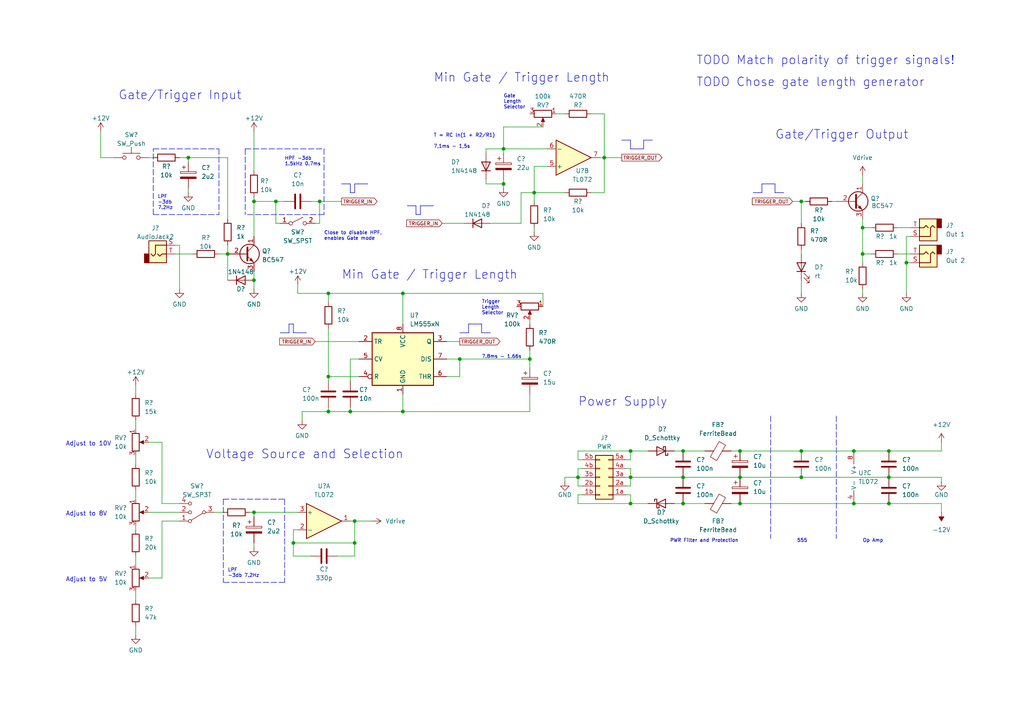
<source format=kicad_sch>
(kicad_sch (version 20211123) (generator eeschema)
  (paper "A4")
  (title_block (title "Manual gate/trigger source") (rev "1") (company "moPsy"))
  (lib_symbols
    (symbol "Amplifier_Operational:TL072" (pin_names (offset 0.127))
      (property "Reference" "U" (at 0 5.08 0))
      (property "Value" "TL072" (at 0 -5.08 0))
      (symbol "TL072_1_1"
        (polyline (pts (xy -5.08 5.08) (xy 5.08 0) (xy -5.08 -5.08) (xy -5.08 5.08)) (stroke (width 0.254)) (fill (type background)))
        (pin output line (at 7.62 0 180) (length 2.54) (name "~") (number "1"))
        (pin input line (at -7.62 -2.54 0) (length 2.54) (name "-") (number "2"))
        (pin input line (at -7.62 2.54 0) (length 2.54) (name "+") (number "3"))
      )
      (symbol "TL072_2_1"
        (polyline (pts (xy -5.08 5.08) (xy 5.08 0) (xy -5.08 -5.08) (xy -5.08 5.08)) (stroke (width 0.254)) (fill (type background)))
        (pin input line (at -7.62 2.54 0) (length 2.54) (name "+") (number "5"))
        (pin input line (at -7.62 -2.54 0) (length 2.54) (name "-") (number "6"))
        (pin output line (at 7.62 0 180) (length 2.54) (name "~") (number "7"))
      )
      (symbol "TL072_3_1"
        (pin power_in line (at -2.54 -7.62 90) (length 3.81) (name "V-") (number "4"))
        (pin power_in line (at -2.54 7.62 270) (length 3.81) (name "V+") (number "8"))
      )
    )
    (symbol "Connector:AudioJack2"
      (property "Reference" "J" (at 0 8.89 0))
      (property "Value" "AudioJack2" (at 0 6.35 0))
      (symbol "AudioJack2_0_1"
        (rectangle (start -3.81 0) (end -2.54 -2.54) (stroke (width 0.254)) (fill (type outline)))
        (rectangle (start -2.54 3.81) (end 2.54 -2.54) (stroke (width 0.254)) (fill (type background)))
        (polyline (pts (xy 0 0) (xy 0.635 -0.635) (xy 1.27 0) (xy 2.54 0)) (stroke (width 0.254)))
        (polyline (pts (xy 2.54 2.54) (xy -0.635 2.54) (xy -0.635 0) (xy -1.27 -0.635) (xy -1.905 0)) (stroke (width 0.254)))
      )
      (symbol "AudioJack2_1_1"
        (pin passive line (at 5.08 2.54 180) (length 2.54) (name "~") (number "S"))
        (pin passive line (at 5.08 0 180) (length 2.54) (name "~") (number "T"))
      )
    )
    (symbol "Connector_Generic:Conn_02x05_Row_Letter_Last" (pin_names (offset 1.016) hide)
      (property "Reference" "J" (at 1.27 7.62 0))
      (property "Value" "Conn_02x05_Row_Letter_Last" (at 1.27 -7.62 0))
      (symbol "Conn_02x05_Row_Letter_Last_1_1"
        (rectangle (start -1.27 -4.953) (end 0 -5.207) (stroke (width 0.1524)))
        (rectangle (start -1.27 -2.413) (end 0 -2.667) (stroke (width 0.1524)))
        (rectangle (start -1.27 0.127) (end 0 -0.127) (stroke (width 0.1524)))
        (rectangle (start -1.27 2.667) (end 0 2.413) (stroke (width 0.1524)))
        (rectangle (start -1.27 5.207) (end 0 4.953) (stroke (width 0.1524)))
        (rectangle (start -1.27 6.35) (end 3.81 -6.35) (stroke (width 0.254)) (fill (type background)))
        (rectangle (start 3.81 -4.953) (end 2.54 -5.207) (stroke (width 0.1524)))
        (rectangle (start 3.81 -2.413) (end 2.54 -2.667) (stroke (width 0.1524)))
        (rectangle (start 3.81 0.127) (end 2.54 -0.127) (stroke (width 0.1524)))
        (rectangle (start 3.81 2.667) (end 2.54 2.413) (stroke (width 0.1524)))
        (rectangle (start 3.81 5.207) (end 2.54 4.953) (stroke (width 0.1524)))
        (pin passive line (at -5.08 5.08 0) (length 3.81) (name "Pin_1a") (number "1a"))
        (pin passive line (at 7.62 5.08 180) (length 3.81) (name "Pin_1b") (number "1b"))
        (pin passive line (at -5.08 2.54 0) (length 3.81) (name "Pin_2a") (number "2a"))
        (pin passive line (at 7.62 2.54 180) (length 3.81) (name "Pin_2b") (number "2b"))
        (pin passive line (at -5.08 0 0) (length 3.81) (name "Pin_3a") (number "3a"))
        (pin passive line (at 7.62 0 180) (length 3.81) (name "Pin_3b") (number "3b"))
        (pin passive line (at -5.08 -2.54 0) (length 3.81) (name "Pin_4a") (number "4a"))
        (pin passive line (at 7.62 -2.54 180) (length 3.81) (name "Pin_4b") (number "4b"))
        (pin passive line (at -5.08 -5.08 0) (length 3.81) (name "Pin_5a") (number "5a"))
        (pin passive line (at 7.62 -5.08 180) (length 3.81) (name "Pin_5b") (number "5b"))
      )
    )
    (symbol "Device:C" (pin_numbers hide) (pin_names (offset 0.254))
      (property "Reference" "C" (at 0.635 2.54 0))
      (property "Value" "C" (at 0.635 -2.54 0))
      (symbol "C_0_1"
        (polyline (pts (xy -2.032 -0.762) (xy 2.032 -0.762)) (stroke (width 0.508)))
        (polyline (pts (xy -2.032 0.762) (xy 2.032 0.762)) (stroke (width 0.508)))
      )
      (symbol "C_1_1"
        (pin passive line (at 0 3.81 270) (length 2.794) (name "~") (number "1"))
        (pin passive line (at 0 -3.81 90) (length 2.794) (name "~") (number "2"))
      )
    )
    (symbol "Device:C_Polarized" (pin_numbers hide) (pin_names (offset 0.254))
      (property "Reference" "C" (at 0.635 2.54 0))
      (property "Value" "C_Polarized" (at 0.635 -2.54 0))
      (symbol "C_Polarized_0_1"
        (rectangle (start -2.286 0.508) (end 2.286 1.016))
        (polyline (pts (xy -1.778 2.286) (xy -0.762 2.286)))
        (polyline (pts (xy -1.27 2.794) (xy -1.27 1.778)))
        (rectangle (start 2.286 -0.508) (end -2.286 -1.016) (fill (type outline)))
      )
      (symbol "C_Polarized_1_1"
        (pin passive line (at 0 3.81 270) (length 2.794) (name "~") (number "1"))
        (pin passive line (at 0 -3.81 90) (length 2.794) (name "~") (number "2"))
      )
    )
    (symbol "Device:D" (pin_numbers hide) (pin_names (offset 1.016) hide)
      (property "Reference" "D" (at 0 2.54 0))
      (property "Value" "D" (at 0 -2.54 0))
      (symbol "D_0_1"
        (polyline (pts (xy -1.27 1.27) (xy -1.27 -1.27)) (stroke (width 0.254)))
        (polyline (pts (xy 1.27 0) (xy -1.27 0)))
        (polyline (pts (xy 1.27 1.27) (xy 1.27 -1.27) (xy -1.27 0) (xy 1.27 1.27)) (stroke (width 0.254)))
      )
      (symbol "D_1_1"
        (pin passive line (at -3.81 0 0) (length 2.54) (name "K") (number "1"))
        (pin passive line (at 3.81 0 180) (length 2.54) (name "A") (number "2"))
      )
    )
    (symbol "Device:D_Schottky" (pin_numbers hide) (pin_names (offset 1.016) hide)
      (property "Reference" "D" (at 0 2.54 0))
      (property "Value" "D_Schottky" (at 0 -2.54 0))
      (symbol "D_Schottky_0_1"
        (polyline (pts (xy 1.27 0) (xy -1.27 0)))
        (polyline (pts (xy 1.27 1.27) (xy 1.27 -1.27) (xy -1.27 0) (xy 1.27 1.27)) (stroke (width 0.254)))
        (polyline (pts (xy -1.905 0.635) (xy -1.905 1.27) (xy -1.27 1.27) (xy -1.27 -1.27) (xy -0.635 -1.27) (xy -0.635 -0.635)) (stroke (width 0.254)))
      )
      (symbol "D_Schottky_1_1"
        (pin passive line (at -3.81 0 0) (length 2.54) (name "K") (number "1"))
        (pin passive line (at 3.81 0 180) (length 2.54) (name "A") (number "2"))
      )
    )
    (symbol "Device:FerriteBead" (pin_numbers hide) (pin_names (offset 0))
      (property "Reference" "FB" (at -3.81 0.635 90))
      (property "Value" "FerriteBead" (at 3.81 0 90))
      (symbol "FerriteBead_0_1"
        (polyline (pts (xy 0 -1.27) (xy 0 -1.2192)))
        (polyline (pts (xy 0 1.27) (xy 0 1.2954)))
        (polyline (pts (xy -2.7686 0.4064) (xy -1.7018 2.2606) (xy 2.7686 -0.3048) (xy 1.6764 -2.159) (xy -2.7686 0.4064)))
      )
      (symbol "FerriteBead_1_1"
        (pin passive line (at 0 3.81 270) (length 2.54) (name "~") (number "1"))
        (pin passive line (at 0 -3.81 90) (length 2.54) (name "~") (number "2"))
      )
    )
    (symbol "Device:LED" (pin_numbers hide) (pin_names (offset 1.016) hide)
      (property "Reference" "D" (at 0 2.54 0))
      (property "Value" "LED" (at 0 -2.54 0))
      (symbol "LED_0_1"
        (polyline (pts (xy -1.27 -1.27) (xy -1.27 1.27)) (stroke (width 0.254)))
        (polyline (pts (xy -1.27 0) (xy 1.27 0)))
        (polyline (pts (xy 1.27 -1.27) (xy 1.27 1.27) (xy -1.27 0) (xy 1.27 -1.27)) (stroke (width 0.254)))
        (polyline (pts (xy -3.048 -0.762) (xy -4.572 -2.286) (xy -3.81 -2.286) (xy -4.572 -2.286) (xy -4.572 -1.524)))
        (polyline (pts (xy -1.778 -0.762) (xy -3.302 -2.286) (xy -2.54 -2.286) (xy -3.302 -2.286) (xy -3.302 -1.524)))
      )
      (symbol "LED_1_1"
        (pin passive line (at -3.81 0 0) (length 2.54) (name "K") (number "1"))
        (pin passive line (at 3.81 0 180) (length 2.54) (name "A") (number "2"))
      )
    )
    (symbol "Device:R" (pin_numbers hide) (pin_names (offset 0))
      (property "Reference" "R" (at 2.032 0 90))
      (property "Value" "R" (at 0 0 90))
      (symbol "R_0_1"
        (rectangle (start -1.016 -2.54) (end 1.016 2.54) (stroke (width 0.254)))
      )
      (symbol "R_1_1"
        (pin passive line (at 0 3.81 270) (length 1.27) (name "~") (number "1"))
        (pin passive line (at 0 -3.81 90) (length 1.27) (name "~") (number "2"))
      )
    )
    (symbol "Device:R_Potentiometer" (pin_names (offset 1.016) hide)
      (property "Reference" "RV" (at -4.445 0 90))
      (property "Value" "R_Potentiometer" (at -2.54 0 90))
      (symbol "R_Potentiometer_0_1"
        (polyline (pts (xy 2.54 0) (xy 1.524 0)))
        (polyline (pts (xy 1.143 0) (xy 2.286 0.508) (xy 2.286 -0.508) (xy 1.143 0)) (fill (type outline)))
        (rectangle (start 1.016 2.54) (end -1.016 -2.54) (stroke (width 0.254)))
      )
      (symbol "R_Potentiometer_1_1"
        (pin passive line (at 0 3.81 270) (length 1.27) (name "1") (number "1"))
        (pin passive line (at 3.81 0 180) (length 1.27) (name "2") (number "2"))
        (pin passive line (at 0 -3.81 90) (length 1.27) (name "3") (number "3"))
      )
    )
    (symbol "Diode:1N4148" (pin_numbers hide) (pin_names hide)
      (property "Reference" "D" (at 0 2.54 0))
      (property "Value" "1N4148" (at 0 -2.54 0))
      (symbol "1N4148_0_1"
        (polyline (pts (xy -1.27 1.27) (xy -1.27 -1.27)) (stroke (width 0.254)))
        (polyline (pts (xy 1.27 0) (xy -1.27 0)))
        (polyline (pts (xy 1.27 1.27) (xy 1.27 -1.27) (xy -1.27 0) (xy 1.27 1.27)) (stroke (width 0.254)))
      )
      (symbol "1N4148_1_1"
        (pin passive line (at -3.81 0 0) (length 2.54) (name "K") (number "1"))
        (pin passive line (at 3.81 0 180) (length 2.54) (name "A") (number "2"))
      )
    )
    (symbol "Switch:SW_Push" (pin_numbers hide) (pin_names (offset 1.016) hide)
      (property "Reference" "SW" (at 1.27 2.54 0))
      (property "Value" "SW_Push" (at 0 -1.524 0))
      (symbol "SW_Push_0_1"
        (circle (center -2.032 0) (radius 0.508))
        (polyline (pts (xy 0 1.27) (xy 0 3.048)))
        (polyline (pts (xy 2.54 1.27) (xy -2.54 1.27)))
        (circle (center 2.032 0) (radius 0.508))
        (pin passive line (at -5.08 0 0) (length 2.54) (name "1") (number "1"))
        (pin passive line (at 5.08 0 180) (length 2.54) (name "2") (number "2"))
      )
    )
    (symbol "Switch:SW_SP3T" (pin_names (offset 0) hide)
      (property "Reference" "SW" (at 0 5.08 0))
      (property "Value" "SW_SP3T" (at 0 -5.08 0))
      (symbol "SW_SP3T_0_1"
        (circle (center -2.032 0) (radius 0.4572))
        (polyline (pts (xy -1.651 0.254) (xy 1.651 2.286)))
        (circle (center 2.032 -2.54) (radius 0.4572))
        (circle (center 2.032 0) (radius 0.4572))
        (circle (center 2.032 2.54) (radius 0.4572))
      )
      (symbol "SW_SP3T_1_1"
        (pin passive line (at 5.08 2.54 180) (length 2.54) (name "1") (number "1"))
        (pin passive line (at 5.08 0 180) (length 2.54) (name "2") (number "2"))
        (pin passive line (at -5.08 0 0) (length 2.54) (name "3") (number "3"))
        (pin passive line (at 5.08 -2.54 180) (length 2.54) (name "4") (number "4"))
      )
    )
    (symbol "Switch:SW_SPST" (pin_names (offset 0) hide)
      (property "Reference" "SW" (at 0 3.175 0))
      (property "Value" "SW_SPST" (at 0 -2.54 0))
      (symbol "SW_SPST_0_0"
        (circle (center -2.032 0) (radius 0.508))
        (polyline (pts (xy -1.524 0.254) (xy 1.524 1.778)))
        (circle (center 2.032 0) (radius 0.508))
      )
      (symbol "SW_SPST_1_1"
        (pin passive line (at -5.08 0 0) (length 2.54) (name "A") (number "1"))
        (pin passive line (at 5.08 0 180) (length 2.54) (name "B") (number "2"))
      )
    )
    (symbol "Timer:LM555xN"
      (property "Reference" "U" (at -10.16 8.89 0))
      (property "Value" "LM555xN" (at 2.54 8.89 0))
      (symbol "LM555xN_0_0"
        (pin power_in line (at 0 -10.16 90) (length 2.54) (name "GND") (number "1"))
        (pin power_in line (at 0 10.16 270) (length 2.54) (name "VCC") (number "8"))
      )
      (symbol "LM555xN_0_1"
        (rectangle (start -8.89 -7.62) (end 8.89 7.62) (stroke (width 0.254)) (fill (type background)))
        (rectangle (start -8.89 -7.62) (end 8.89 7.62) (stroke (width 0.254)) (fill (type background)))
      )
      (symbol "LM555xN_1_1"
        (pin input line (at -12.7 5.08 0) (length 3.81) (name "TR") (number "2"))
        (pin output line (at 12.7 5.08 180) (length 3.81) (name "Q") (number "3"))
        (pin input inverted (at -12.7 -5.08 0) (length 3.81) (name "R") (number "4"))
        (pin input line (at -12.7 0 0) (length 3.81) (name "CV") (number "5"))
        (pin input line (at 12.7 -5.08 180) (length 3.81) (name "THR") (number "6"))
        (pin input line (at 12.7 0 180) (length 3.81) (name "DIS") (number "7"))
      )
    )
    (symbol "Transistor_BJT:BC547" (pin_names (offset 0) hide)
      (property "Reference" "Q" (at 5.08 1.905 0))
      (property "Value" "BC547" (at 5.08 0 0))
      (symbol "BC547_0_1"
        (polyline (pts (xy 0 0) (xy 0.635 0)))
        (polyline (pts (xy 0.635 0.635) (xy 2.54 2.54)))
        (polyline (pts (xy 0.635 -0.635) (xy 2.54 -2.54) (xy 2.54 -2.54)))
        (polyline (pts (xy 0.635 1.905) (xy 0.635 -1.905) (xy 0.635 -1.905)) (stroke (width 0.508)))
        (polyline (pts (xy 1.27 -1.778) (xy 1.778 -1.27) (xy 2.286 -2.286) (xy 1.27 -1.778) (xy 1.27 -1.778)) (fill (type outline)))
        (circle (center 1.27 0) (radius 2.8194) (stroke (width 0.254)))
      )
      (symbol "BC547_1_1"
        (pin passive line (at 2.54 5.08 270) (length 2.54) (name "C") (number "1"))
        (pin input line (at -5.08 0 0) (length 5.08) (name "B") (number "2"))
        (pin passive line (at 2.54 -5.08 90) (length 2.54) (name "E") (number "3"))
      )
    )
    (symbol "power:+12V" (power) (pin_names (offset 0))
      (property "Value" "+12V" (at 0 3.556 0))
      (symbol "+12V_0_1"
        (polyline (pts (xy -0.762 1.27) (xy 0 2.54)))
        (polyline (pts (xy 0 0) (xy 0 2.54)))
        (polyline (pts (xy 0 2.54) (xy 0.762 1.27)))
      )
      (symbol "+12V_1_1"
        (pin power_in line (at 0 0 90) (length 0) hide (name "+12V") (number "1"))
      )
    )
    (symbol "power:-12V" (power) (pin_names (offset 0))
      (property "Value" "-12V" (at 0 3.81 0))
      (symbol "-12V_0_0"
        (pin power_in line (at 0 0 90) (length 0) hide (name "-12V") (number "1"))
      )
      (symbol "-12V_0_1"
        (polyline (pts (xy 0 0) (xy 0 1.27) (xy 0.762 1.27) (xy 0 2.54) (xy -0.762 1.27) (xy 0 1.27)) (fill (type outline)))
      )
    )
    (symbol "power:GND" (power) (pin_names (offset 0))
      (property "Value" "GND" (at 0 -3.81 0))
      (symbol "GND_0_1"
        (polyline (pts (xy 0 0) (xy 0 -1.27) (xy 1.27 -1.27) (xy 0 -2.54) (xy -1.27 -1.27) (xy 0 -1.27)))
      )
      (symbol "GND_1_1"
        (pin power_in line (at 0 0 270) (length 0) hide (name "GND") (number "1"))
      )
    )
    (symbol "power:Vdrive" (power) (pin_names (offset 0))
      (property "Value" "Vdrive" (at 0 3.81 0))
      (symbol "Vdrive_0_1"
        (polyline (pts (xy -0.762 1.27) (xy 0 2.54)))
        (polyline (pts (xy 0 0) (xy 0 2.54)))
        (polyline (pts (xy 0 2.54) (xy 0.762 1.27)))
      )
      (symbol "Vdrive_1_1"
        (pin power_in line (at 0 0 90) (length 0) hide (name "Vdrive") (number "1"))
      )
    )
  )
  (junction (at 95.25 85.09))
  (junction (at 102.87 157.48))
  (junction (at 80.01 58.42))
  (junction (at 198.12 138.43))
  (junction (at 257.81 130.81))
  (junction (at 182.88 130.81))
  (junction (at 153.67 104.14))
  (junction (at 95.25 109.22))
  (junction (at 102.87 151.13))
  (junction (at 95.25 119.38))
  (junction (at 73.66 148.59))
  (junction (at 262.89 76.2))
  (junction (at 146.05 53.34))
  (junction (at 146.05 43.18))
  (junction (at 257.81 146.05))
  (junction (at 175.26 45.72))
  (junction (at 214.63 146.05))
  (junction (at 250.19 66.04))
  (junction (at 232.41 58.42))
  (junction (at 116.84 85.09))
  (junction (at 85.09 157.48))
  (junction (at 198.12 130.81))
  (junction (at 250.19 73.66))
  (junction (at 92.71 58.42))
  (junction (at 73.66 81.28))
  (junction (at 182.88 146.05))
  (junction (at 66.04 73.66))
  (junction (at 154.94 55.88))
  (junction (at 167.64 138.43))
  (junction (at 257.81 138.43))
  (junction (at 116.84 119.38))
  (junction (at 232.41 138.43))
  (junction (at 198.12 146.05))
  (junction (at 232.41 130.81))
  (junction (at 247.65 146.05))
  (junction (at 54.61 45.72))
  (junction (at 101.6 119.38))
  (junction (at 214.63 138.43))
  (junction (at 247.65 130.81))
  (junction (at 73.66 58.42))
  (junction (at 133.35 104.14))
  (junction (at 182.88 138.43))
  (junction (at 214.63 130.81))
  (polyline (pts (xy 102.87 55.88) (xy 102.87 53.34)) (stroke (width 0) (type solid)))
  (wire (pts (xy 73.66 157.48) (xy 73.66 158.75)))
  (wire (pts (xy 151.13 64.77) (xy 151.13 55.88)))
  (wire (pts (xy 241.3 58.42) (xy 242.57 58.42)))
  (polyline (pts (xy 101.6 55.88) (xy 102.87 55.88)) (stroke (width 0) (type solid)))
  (wire (pts (xy 90.17 161.29) (xy 85.09 161.29)))
  (polyline (pts (xy 139.7 96.52) (xy 139.7 93.98)) (stroke (width 0) (type solid)))
  (wire (pts (xy 85.09 161.29) (xy 85.09 157.48)))
  (polyline (pts (xy 85.09 93.98) (xy 85.09 96.52)) (stroke (width 0) (type solid)))
  (wire (pts (xy 39.37 132.08) (xy 39.37 134.62)))
  (polyline (pts (xy 182.88 43.18) (xy 186.69 43.18)) (stroke (width 0) (type solid)))
  (polyline (pts (xy 220.98 53.34) (xy 220.98 55.88)) (stroke (width 0) (type solid)))
  (polyline (pts (xy 224.79 53.34) (xy 220.98 53.34)) (stroke (width 0) (type solid)))
  (wire (pts (xy 90.17 58.42) (xy 92.71 58.42)))
  (wire (pts (xy 182.88 130.81) (xy 182.88 133.35)))
  (wire (pts (xy 153.67 92.71) (xy 153.67 93.98)))
  (wire (pts (xy 154.94 55.88) (xy 154.94 58.42)))
  (wire (pts (xy 85.09 153.67) (xy 85.09 157.48)))
  (wire (pts (xy 50.8 73.66) (xy 55.88 73.66)))
  (wire (pts (xy 262.89 68.58) (xy 262.89 76.2)))
  (wire (pts (xy 167.64 140.97) (xy 168.91 140.97)))
  (wire (pts (xy 214.63 138.43) (xy 232.41 138.43)))
  (wire (pts (xy 66.04 45.72) (xy 66.04 63.5)))
  (wire (pts (xy 101.6 118.11) (xy 101.6 119.38)))
  (wire (pts (xy 250.19 66.04) (xy 252.73 66.04)))
  (polyline (pts (xy 242.57 120.65) (xy 242.57 156.21)))
  (polyline (pts (xy 135.89 93.98) (xy 135.89 96.52)) (stroke (width 0) (type solid)))
  (wire (pts (xy 92.71 58.42) (xy 92.71 64.77)))
  (wire (pts (xy 87.63 119.38) (xy 95.25 119.38)))
  (wire (pts (xy 260.35 66.04) (xy 264.16 66.04)))
  (wire (pts (xy 116.84 119.38) (xy 153.67 119.38)))
  (wire (pts (xy 173.99 45.72) (xy 175.26 45.72)))
  (wire (pts (xy 102.87 161.29) (xy 102.87 157.48)))
  (polyline (pts (xy 139.7 93.98) (xy 135.89 93.98)) (stroke (width 0) (type solid)))
  (wire (pts (xy 43.18 148.59) (xy 52.07 148.59)))
  (wire (pts (xy 175.26 33.02) (xy 175.26 45.72)))
  (polyline (pts (xy 83.82 93.98) (xy 85.09 93.98)) (stroke (width 0) (type solid)))
  (polyline (pts (xy 71.12 43.18) (xy 93.98 43.18)))
  (wire (pts (xy 129.54 109.22) (xy 133.35 109.22)))
  (polyline (pts (xy 224.79 55.88) (xy 224.79 53.34)) (stroke (width 0) (type solid)))
  (wire (pts (xy 232.41 72.39) (xy 232.41 73.66)))
  (wire (pts (xy 63.5 73.66) (xy 66.04 73.66)))
  (wire (pts (xy 181.61 143.51) (xy 182.88 143.51)))
  (wire (pts (xy 198.12 130.81) (xy 204.47 130.81)))
  (wire (pts (xy 154.94 48.26) (xy 154.94 55.88)))
  (wire (pts (xy 54.61 45.72) (xy 54.61 46.99)))
  (polyline (pts (xy 182.88 40.64) (xy 182.88 43.18)) (stroke (width 0) (type solid)))
  (wire (pts (xy 250.19 63.5) (xy 250.19 66.04)))
  (wire (pts (xy 43.18 128.27) (xy 46.99 128.27)))
  (wire (pts (xy 167.64 146.05) (xy 182.88 146.05)))
  (wire (pts (xy 101.6 151.13) (xy 102.87 151.13)))
  (wire (pts (xy 232.41 58.42) (xy 232.41 64.77)))
  (polyline (pts (xy 64.77 144.78) (xy 64.77 168.91)))
  (wire (pts (xy 182.88 138.43) (xy 182.88 140.97)))
  (wire (pts (xy 129.54 99.06) (xy 133.35 99.06)))
  (wire (pts (xy 212.09 146.05) (xy 214.63 146.05)))
  (wire (pts (xy 171.45 33.02) (xy 175.26 33.02)))
  (wire (pts (xy 73.66 58.42) (xy 80.01 58.42)))
  (wire (pts (xy 91.44 64.77) (xy 92.71 64.77)))
  (wire (pts (xy 46.99 128.27) (xy 46.99 146.05)))
  (wire (pts (xy 229.87 58.42) (xy 232.41 58.42)))
  (wire (pts (xy 39.37 161.29) (xy 39.37 163.83)))
  (wire (pts (xy 157.48 85.09) (xy 157.48 88.9)))
  (polyline (pts (xy 71.12 43.18) (xy 71.12 62.23)))
  (wire (pts (xy 195.58 130.81) (xy 198.12 130.81)))
  (polyline (pts (xy 82.55 168.91) (xy 64.77 168.91)))
  (wire (pts (xy 91.44 99.06) (xy 104.14 99.06)))
  (wire (pts (xy 101.6 104.14) (xy 104.14 104.14)))
  (wire (pts (xy 163.83 138.43) (xy 167.64 138.43)))
  (wire (pts (xy 81.28 64.77) (xy 80.01 64.77)))
  (wire (pts (xy 46.99 167.64) (xy 46.99 151.13)))
  (wire (pts (xy 257.81 146.05) (xy 273.05 146.05)))
  (wire (pts (xy 168.91 135.89) (xy 167.64 135.89)))
  (wire (pts (xy 154.94 55.88) (xy 163.83 55.88)))
  (wire (pts (xy 264.16 68.58) (xy 262.89 68.58)))
  (wire (pts (xy 73.66 57.15) (xy 73.66 58.42)))
  (wire (pts (xy 232.41 58.42) (xy 233.68 58.42)))
  (wire (pts (xy 257.81 138.43) (xy 273.05 138.43)))
  (wire (pts (xy 198.12 146.05) (xy 204.47 146.05)))
  (wire (pts (xy 153.67 104.14) (xy 153.67 106.68)))
  (wire (pts (xy 52.07 71.12) (xy 52.07 83.82)))
  (polyline (pts (xy 220.98 55.88) (xy 218.44 55.88)) (stroke (width 0) (type solid)))
  (polyline (pts (xy 44.45 43.18) (xy 63.5 43.18)))
  (wire (pts (xy 116.84 85.09) (xy 116.84 93.98)))
  (polyline (pts (xy 82.55 144.78) (xy 82.55 168.91)))
  (polyline (pts (xy 120.65 62.23) (xy 121.92 62.23)) (stroke (width 0) (type solid)))
  (wire (pts (xy 163.83 139.7) (xy 163.83 138.43)))
  (wire (pts (xy 146.05 52.07) (xy 146.05 53.34)))
  (polyline (pts (xy 120.65 59.69) (xy 120.65 62.23)) (stroke (width 0) (type solid)))
  (polyline (pts (xy 118.11 59.69) (xy 120.65 59.69)) (stroke (width 0) (type solid)))
  (wire (pts (xy 116.84 114.3) (xy 116.84 119.38)))
  (polyline (pts (xy 227.33 55.88) (xy 224.79 55.88)) (stroke (width 0) (type solid)))
  (wire (pts (xy 102.87 151.13) (xy 107.95 151.13)))
  (wire (pts (xy 198.12 138.43) (xy 214.63 138.43)))
  (wire (pts (xy 39.37 171.45) (xy 39.37 173.99)))
  (polyline (pts (xy 186.69 40.64) (xy 189.23 40.64)) (stroke (width 0) (type solid)))
  (polyline (pts (xy 180.34 40.64) (xy 182.88 40.64)) (stroke (width 0) (type solid)))
  (wire (pts (xy 101.6 104.14) (xy 101.6 110.49)))
  (wire (pts (xy 146.05 43.18) (xy 146.05 44.45)))
  (wire (pts (xy 167.64 130.81) (xy 182.88 130.81)))
  (wire (pts (xy 66.04 73.66) (xy 66.04 81.28)))
  (wire (pts (xy 86.36 153.67) (xy 85.09 153.67)))
  (wire (pts (xy 129.54 104.14) (xy 133.35 104.14)))
  (wire (pts (xy 95.25 119.38) (xy 101.6 119.38)))
  (wire (pts (xy 133.35 109.22) (xy 133.35 104.14)))
  (wire (pts (xy 214.63 130.81) (xy 232.41 130.81)))
  (wire (pts (xy 182.88 138.43) (xy 198.12 138.43)))
  (wire (pts (xy 212.09 130.81) (xy 214.63 130.81)))
  (wire (pts (xy 46.99 146.05) (xy 52.07 146.05)))
  (polyline (pts (xy 223.52 120.65) (xy 223.52 156.21)))
  (wire (pts (xy 158.75 48.26) (xy 154.94 48.26)))
  (polyline (pts (xy 81.28 96.52) (xy 83.82 96.52)) (stroke (width 0) (type solid)))
  (wire (pts (xy 181.61 133.35) (xy 182.88 133.35)))
  (wire (pts (xy 273.05 128.27) (xy 273.05 130.81)))
  (wire (pts (xy 247.65 146.05) (xy 257.81 146.05)))
  (wire (pts (xy 146.05 53.34) (xy 146.05 54.61)))
  (wire (pts (xy 66.04 71.12) (xy 66.04 73.66)))
  (wire (pts (xy 43.18 167.64) (xy 46.99 167.64)))
  (wire (pts (xy 232.41 81.28) (xy 232.41 85.09)))
  (wire (pts (xy 273.05 139.7) (xy 273.05 138.43)))
  (wire (pts (xy 142.24 64.77) (xy 151.13 64.77)))
  (wire (pts (xy 195.58 146.05) (xy 198.12 146.05)))
  (wire (pts (xy 73.66 58.42) (xy 73.66 68.58)))
  (wire (pts (xy 95.25 118.11) (xy 95.25 119.38)))
  (wire (pts (xy 46.99 151.13) (xy 52.07 151.13)))
  (wire (pts (xy 154.94 66.04) (xy 154.94 67.31)))
  (wire (pts (xy 95.25 85.09) (xy 116.84 85.09)))
  (wire (pts (xy 232.41 138.43) (xy 257.81 138.43)))
  (polyline (pts (xy 101.6 53.34) (xy 101.6 55.88)) (stroke (width 0) (type solid)))
  (wire (pts (xy 250.19 83.82) (xy 250.19 85.09)))
  (wire (pts (xy 146.05 43.18) (xy 158.75 43.18)))
  (wire (pts (xy 161.29 33.02) (xy 163.83 33.02)))
  (wire (pts (xy 73.66 81.28) (xy 73.66 83.82)))
  (wire (pts (xy 97.79 161.29) (xy 102.87 161.29)))
  (wire (pts (xy 54.61 54.61) (xy 54.61 55.88)))
  (wire (pts (xy 86.36 82.55) (xy 86.36 85.09)))
  (wire (pts (xy 153.67 101.6) (xy 153.67 104.14)))
  (polyline (pts (xy 93.98 43.18) (xy 93.98 62.23)))
  (wire (pts (xy 50.8 71.12) (xy 52.07 71.12)))
  (wire (pts (xy 86.36 85.09) (xy 95.25 85.09)))
  (wire (pts (xy 39.37 121.92) (xy 39.37 124.46)))
  (polyline (pts (xy 121.92 59.69) (xy 125.73 59.69)) (stroke (width 0) (type solid)))
  (wire (pts (xy 167.64 138.43) (xy 168.91 138.43)))
  (wire (pts (xy 85.09 157.48) (xy 102.87 157.48)))
  (wire (pts (xy 73.66 148.59) (xy 73.66 149.86)))
  (wire (pts (xy 153.67 114.3) (xy 153.67 119.38)))
  (wire (pts (xy 182.88 143.51) (xy 182.88 146.05)))
  (wire (pts (xy 187.96 130.81) (xy 182.88 130.81)))
  (polyline (pts (xy 83.82 96.52) (xy 83.82 93.98)) (stroke (width 0) (type solid)))
  (wire (pts (xy 167.64 133.35) (xy 167.64 130.81)))
  (wire (pts (xy 140.97 53.34) (xy 146.05 53.34)))
  (wire (pts (xy 140.97 52.07) (xy 140.97 53.34)))
  (wire (pts (xy 167.64 133.35) (xy 168.91 133.35)))
  (wire (pts (xy 257.81 130.81) (xy 273.05 130.81)))
  (wire (pts (xy 43.18 45.72) (xy 44.45 45.72)))
  (wire (pts (xy 73.66 148.59) (xy 86.36 148.59)))
  (wire (pts (xy 102.87 151.13) (xy 102.87 157.48)))
  (polyline (pts (xy 63.5 43.18) (xy 63.5 62.23)))
  (wire (pts (xy 250.19 73.66) (xy 252.73 73.66)))
  (wire (pts (xy 92.71 58.42) (xy 99.06 58.42)))
  (wire (pts (xy 80.01 58.42) (xy 80.01 64.77)))
  (wire (pts (xy 39.37 142.24) (xy 39.37 144.78)))
  (wire (pts (xy 52.07 45.72) (xy 54.61 45.72)))
  (wire (pts (xy 95.25 85.09) (xy 95.25 87.63)))
  (wire (pts (xy 73.66 78.74) (xy 73.66 81.28)))
  (wire (pts (xy 273.05 148.59) (xy 273.05 146.05)))
  (wire (pts (xy 250.19 50.8) (xy 250.19 53.34)))
  (polyline (pts (xy 93.98 62.23) (xy 71.12 62.23)))
  (wire (pts (xy 146.05 36.83) (xy 157.48 36.83)))
  (wire (pts (xy 72.39 148.59) (xy 73.66 148.59)))
  (wire (pts (xy 181.61 140.97) (xy 182.88 140.97)))
  (wire (pts (xy 171.45 55.88) (xy 175.26 55.88)))
  (wire (pts (xy 39.37 111.76) (xy 39.37 114.3)))
  (wire (pts (xy 39.37 152.4) (xy 39.37 153.67)))
  (wire (pts (xy 151.13 55.88) (xy 154.94 55.88)))
  (wire (pts (xy 175.26 55.88) (xy 175.26 45.72)))
  (wire (pts (xy 95.25 95.25) (xy 95.25 109.22)))
  (wire (pts (xy 181.61 138.43) (xy 182.88 138.43)))
  (wire (pts (xy 140.97 43.18) (xy 146.05 43.18)))
  (polyline (pts (xy 142.24 96.52) (xy 139.7 96.52)) (stroke (width 0) (type solid)))
  (wire (pts (xy 262.89 76.2) (xy 264.16 76.2)))
  (polyline (pts (xy 44.45 62.23) (xy 63.5 62.23)))
  (wire (pts (xy 262.89 76.2) (xy 262.89 85.09)))
  (wire (pts (xy 175.26 45.72) (xy 180.34 45.72)))
  (wire (pts (xy 250.19 73.66) (xy 250.19 76.2)))
  (wire (pts (xy 187.96 146.05) (xy 182.88 146.05)))
  (wire (pts (xy 73.66 38.1) (xy 73.66 49.53)))
  (wire (pts (xy 146.05 36.83) (xy 146.05 43.18)))
  (polyline (pts (xy 64.77 144.78) (xy 82.55 144.78)))
  (wire (pts (xy 167.64 143.51) (xy 167.64 146.05)))
  (wire (pts (xy 29.21 38.1) (xy 29.21 45.72)))
  (polyline (pts (xy 102.87 53.34) (xy 106.68 53.34)) (stroke (width 0) (type solid)))
  (polyline (pts (xy 121.92 62.23) (xy 121.92 59.69)) (stroke (width 0) (type solid)))
  (wire (pts (xy 62.23 148.59) (xy 64.77 148.59)))
  (wire (pts (xy 247.65 130.81) (xy 257.81 130.81)))
  (wire (pts (xy 116.84 85.09) (xy 157.48 85.09)))
  (wire (pts (xy 167.64 138.43) (xy 167.64 140.97)))
  (wire (pts (xy 39.37 181.61) (xy 39.37 184.15)))
  (wire (pts (xy 80.01 58.42) (xy 82.55 58.42)))
  (wire (pts (xy 140.97 44.45) (xy 140.97 43.18)))
  (polyline (pts (xy 85.09 96.52) (xy 88.9 96.52)) (stroke (width 0) (type solid)))
  (wire (pts (xy 232.41 130.81) (xy 247.65 130.81)))
  (wire (pts (xy 95.25 109.22) (xy 95.25 110.49)))
  (wire (pts (xy 181.61 135.89) (xy 182.88 135.89)))
  (wire (pts (xy 214.63 146.05) (xy 247.65 146.05)))
  (wire (pts (xy 133.35 104.14) (xy 153.67 104.14)))
  (polyline (pts (xy 99.06 53.34) (xy 101.6 53.34)) (stroke (width 0) (type solid)))
  (wire (pts (xy 128.27 64.77) (xy 134.62 64.77)))
  (wire (pts (xy 260.35 73.66) (xy 264.16 73.66)))
  (wire (pts (xy 182.88 135.89) (xy 182.88 138.43)))
  (wire (pts (xy 87.63 121.92) (xy 87.63 119.38)))
  (polyline (pts (xy 186.69 43.18) (xy 186.69 40.64)) (stroke (width 0) (type solid)))
  (polyline (pts (xy 44.45 62.23) (xy 44.45 43.18)))
  (wire (pts (xy 104.14 109.22) (xy 95.25 109.22)))
  (polyline (pts (xy 135.89 96.52) (xy 133.35 96.52)) (stroke (width 0) (type solid)))
  (wire (pts (xy 29.21 45.72) (xy 33.02 45.72)))
  (wire (pts (xy 167.64 135.89) (xy 167.64 138.43)))
  (wire (pts (xy 54.61 45.72) (xy 66.04 45.72)))
  (wire (pts (xy 168.91 143.51) (xy 167.64 143.51)))
  (wire (pts (xy 250.19 66.04) (xy 250.19 73.66)))
  (wire (pts (xy 101.6 119.38) (xy 116.84 119.38)))
  (text "Min Gate / Trigger Length" (at 125.73 24.13 0) (effects (font (size 2.54 2.54)) (justify left bottom)))
  (text "Gate/Trigger Input" (at 34.29 29.21 0) (effects (font (size 2.54 2.54)) (justify left bottom)))
  (text "Adjust to 5V" (at 19.05 168.91 0) (effects (font (size 1.27 1.27)) (justify left bottom)))
  (text "Adjust to 8V" (at 19.05 149.86 0) (effects (font (size 1.27 1.27)) (justify left bottom)))
  (text "Min Gate / Trigger Length" (at 99.06 81.28 0) (effects (font (size 2.54 2.54)) (justify left bottom)))
  (text "Gate\nLength\nSelector" (at 146.05 31.75 0) (effects (font (size 1 1)) (justify left bottom)))
  (text "PWR Filter and Protection\n" (at 194.31 157.48 0) (effects (font (size 1 1)) (justify left bottom)))
  (text "TODO Chose gate length generator" (at 201.93 25.4 0) (effects (font (size 2.5 2.5)) (justify left bottom)))
  (text "Close to disable HPF,\nenables Gate mode" (at 93.98 69.85 0) (effects (font (size 1 1)) (justify left bottom)))
  (text "555" (at 231.14 157.48 0) (effects (font (size 1 1)) (justify left bottom)))
  (text "T = RC ln(1 + R2/R1)\n\n7,1ms - 1,5s" (at 125.73 43.18 0) (effects (font (size 1 1)) (justify left bottom)))
  (text "LPF\n-3db 7.2Hz" (at 66.04 167.64 0) (effects (font (size 1 1)) (justify left bottom)))
  (text "TODO Match polarity of trigger signals!" (at 201.93 19.05 0) (effects (font (size 2.5 2.5)) (justify left bottom)))
  (text "Voltage Source and Selection" (at 59.69 133.35 0) (effects (font (size 2.54 2.54)) (justify left bottom)))
  (text "Adjust to 10V" (at 19.05 129.54 0) (effects (font (size 1.27 1.27)) (justify left bottom)))
  (text "7.8ms - 1.66s" (at 139.7 104.14 0) (effects (font (size 1 1)) (justify left bottom)))
  (text "HPF -3db\n1.5kHz 0.7ms " (at 82.55 48.26 0) (effects (font (size 1 1)) (justify left bottom)))
  (text "LPF\n-3db\n7.2Hz" (at 45.72 60.96 0) (effects (font (size 1 1)) (justify left bottom)))
  (text "Op Amp" (at 250.19 157.48 0) (effects (font (size 1 1)) (justify left bottom)))
  (text "Power Supply" (at 167.64 118.11 0) (effects (font (size 2.54 2.54)) (justify left bottom)))
  (text "Trigger\nLength\nSelector" (at 139.7 91.44 0) (effects (font (size 1 1)) (justify left bottom)))
  (text "Gate/Trigger Output" (at 224.79 40.64 0) (effects (font (size 2.54 2.54)) (justify left bottom)))
  (global_label "TRIGGER_IN" (shape output) (at 99.06 58.42 0) (effects (font (size 1 1))) (property "Intersheet References" "${INTERSHEET_REFS}" (effects hide)))
  (global_label "TRIGGER_OUT" (shape output) (at 133.35 99.06 0) (effects (font (size 1 1))) (property "Intersheet References" "${INTERSHEET_REFS}" (effects hide)))
  (global_label "TRIGGER_IN" (shape input) (at 128.27 64.77 180) (effects (font (size 1 1))) (property "Intersheet References" "${INTERSHEET_REFS}" (effects hide)))
  (global_label "TRIGGER_OUT" (shape input) (at 229.87 58.42 180) (effects (font (size 1 1))) (property "Intersheet References" "${INTERSHEET_REFS}" (effects hide)))
  (global_label "TRIGGER_OUT" (shape output) (at 180.34 45.72 0) (effects (font (size 1 1))) (property "Intersheet References" "${INTERSHEET_REFS}" (effects hide)))
  (global_label "TRIGGER_IN" (shape input) (at 91.44 99.06 180) (effects (font (size 1 1))) (property "Intersheet References" "${INTERSHEET_REFS}" (effects hide)))
  (symbol (lib_id "power:GND") (at 232.41 85.09 0) (unit 1)
    (property "Reference" "#PWR?" (effects hide))
    (property "Value" "GND" (at 232.41 89.5334 0))
  )
  (symbol (lib_id "power:GND") (at 54.61 55.88 0) (unit 1)
    (property "Reference" "#PWR?" (effects hide))
    (property "Value" "GND" (at 54.61 60.3234 0))
  )
  (symbol (lib_id "Device:R") (at 95.25 91.44 180) (unit 1)
    (property "Reference" "R?" (at 97.79 90.1699 0) (effects (justify right)))
    (property "Value" "10k" (at 97.79 92.7099 0) (effects (justify right)))
  )
  (symbol (lib_id "Transistor_BJT:BC547") (at 247.65 58.42 0) (unit 1)
    (property "Reference" "Q?" (at 252.5014 57.5853 0) (effects (justify left)))
    (property "Value" "BC547" (at 252.73 59.69 0) (effects (justify left)))
    (property "Footprint" "Package_TO_SOT_THT:TO-92_Inline" (effects hide))
    (property "Datasheet" "https://www.onsemi.com/pub/Collateral/BC550-D.pdf" (effects hide))
  )
  (symbol (lib_id "power:GND") (at 273.05 139.7 0) (unit 1)
    (property "Reference" "#PWR?" (effects hide))
    (property "Value" "GND" (at 273.05 143.51 0))
  )
  (symbol (lib_id "Device:R") (at 68.58 148.59 270) (unit 1)
    (property "Reference" "R?" (at 68.58 152.4 90))
    (property "Value" "10k" (at 68.58 154.94 90))
  )
  (symbol (lib_id "Device:C") (at 198.12 142.24 0) (unit 1)
    (property "Reference" "C?" (at 201.93 140.9699 0) (effects (justify left)))
    (property "Value" "100n" (at 201.93 143.5099 0) (effects (justify left)))
  )
  (symbol (lib_id "Device:FerriteBead") (at 208.28 146.05 90) (unit 1)
    (property "Reference" "FB?" (at 208.28 151.13 90))
    (property "Value" "FerriteBead" (at 208.28 153.67 90))
  )
  (symbol (lib_id "power:GND") (at 250.19 85.09 0) (unit 1)
    (property "Reference" "#PWR?" (effects hide))
    (property "Value" "GND" (at 250.19 89.5334 0))
  )
  (symbol (lib_id "Transistor_BJT:BC547") (at 71.12 73.66 0) (unit 1)
    (property "Reference" "Q?" (at 75.9714 72.8253 0) (effects (justify left)))
    (property "Value" "BC547" (at 75.9714 75.3622 0) (effects (justify left)))
    (property "Footprint" "Package_TO_SOT_THT:TO-92_Inline" (effects hide))
    (property "Datasheet" "https://www.onsemi.com/pub/Collateral/BC550-D.pdf" (effects hide))
  )
  (symbol (lib_id "power:+12V") (at 29.21 38.1 0) (unit 1)
    (property "Reference" "#PWR?" (effects hide))
    (property "Value" "+12V" (at 29.21 34.29 0))
  )
  (symbol (lib_id "Device:R_Potentiometer") (at 39.37 148.59 0) (unit 1)
    (property "Reference" "RV?" (at 36.83 147.3199 0) (effects (justify right)))
    (property "Value" "10k" (at 36.83 149.8599 0) (effects (justify right)))
  )
  (symbol (lib_id "Device:R") (at 66.04 67.31 180) (unit 1)
    (property "Reference" "R?" (at 68.58 66.0399 0) (effects (justify right)))
    (property "Value" "1k" (at 68.58 68.58 0) (effects (justify right)))
  )
  (symbol (lib_id "Device:R") (at 167.64 33.02 90) (unit 1)
    (property "Reference" "R?" (at 167.64 30.48 90))
    (property "Value" "470R" (at 167.64 27.94 90))
  )
  (symbol (lib_id "Device:FerriteBead") (at 208.28 130.81 90) (unit 1)
    (property "Reference" "FB?" (at 208.2292 123.19 90))
    (property "Value" "FerriteBead" (at 208.2292 125.73 90))
  )
  (symbol (lib_id "Device:R_Potentiometer") (at 157.48 33.02 270) (unit 1)
    (property "Reference" "RV?" (at 157.48 30.48 90))
    (property "Value" "100k" (at 157.48 27.94 90))
  )
  (symbol (lib_id "Connector_Generic:Conn_02x05_Row_Letter_Last") (at 176.53 138.43 180) (unit 1)
    (property "Reference" "J?" (at 175.26 127 0))
    (property "Value" "PWR" (at 175.26 129.54 0))
  )
  (symbol (lib_id "Device:R") (at 48.26 45.72 90) (unit 1)
    (property "Reference" "R?" (at 48.26 48.26 90))
    (property "Value" "10k" (at 48.26 50.8 90))
  )
  (symbol (lib_id "Device:R") (at 39.37 118.11 180) (unit 1)
    (property "Reference" "R?" (at 41.91 116.8399 0) (effects (justify right)))
    (property "Value" "15k" (at 41.91 119.3799 0) (effects (justify right)))
  )
  (symbol (lib_id "Device:R") (at 73.66 53.34 180) (unit 1)
    (property "Reference" "R?" (at 75.438 52.5053 0) (effects (justify right)))
    (property "Value" "10k" (at 75.438 55.0422 0) (effects (justify right)))
  )
  (symbol (lib_id "Device:R") (at 154.94 62.23 180) (unit 1)
    (property "Reference" "R?" (at 157.48 60.9599 0) (effects (justify right)))
    (property "Value" "10k" (at 157.48 63.4999 0) (effects (justify right)))
  )
  (symbol (lib_id "Device:R") (at 39.37 138.43 180) (unit 1)
    (property "Reference" "R?" (at 41.91 137.1599 0) (effects (justify right)))
    (property "Value" "10k" (at 41.91 139.6999 0) (effects (justify right)))
  )
  (symbol (lib_id "power:GND") (at 262.89 85.09 0) (unit 1)
    (property "Reference" "#PWR?" (effects hide))
    (property "Value" "GND" (at 262.89 89.5334 0))
  )
  (symbol (lib_id "Amplifier_Operational:TL072") (at 166.37 45.72 0) (mirror x) (unit 2)
    (property "Reference" "U?" (at 168.91 49.53 0))
    (property "Value" "TL072" (at 168.91 52.07 0))
    (property "Datasheet" "http://www.ti.com/lit/ds/symlink/tl071.pdf" (effects hide))
  )
  (symbol (lib_id "Device:R") (at 232.41 68.58 180) (unit 1)
    (property "Reference" "R?" (at 234.95 66.9925 0) (effects (justify right)))
    (property "Value" "470R" (at 234.95 69.5325 0) (effects (justify right)))
  )
  (symbol (lib_id "Device:C") (at 232.41 134.62 0) (unit 1)
    (property "Reference" "C?" (at 236.22 133.3499 0) (effects (justify left)))
    (property "Value" "100n" (at 236.22 135.8899 0) (effects (justify left)))
  )
  (symbol (lib_id "Device:C_Polarized") (at 214.63 142.24 0) (unit 1)
    (property "Reference" "C?" (at 218.44 140.0809 0) (effects (justify left)))
    (property "Value" "10u" (at 218.44 142.6209 0) (effects (justify left)))
  )
  (symbol (lib_id "Device:C_Polarized") (at 73.66 153.67 0) (unit 1)
    (property "Reference" "C?" (at 77.47 151.5109 0) (effects (justify left)))
    (property "Value" "2u2" (at 77.47 154.0509 0) (effects (justify left)))
  )
  (symbol (lib_id "Device:C") (at 257.81 142.24 0) (unit 1)
    (property "Reference" "C?" (at 261.62 140.9699 0) (effects (justify left)))
    (property "Value" "100n" (at 261.62 143.5099 0) (effects (justify left)))
  )
  (symbol (lib_id "Amplifier_Operational:TL072") (at 250.19 138.43 0) (unit 3)
    (property "Reference" "U?" (at 248.92 137.1599 0) (effects (justify left)))
    (property "Value" "TL072" (at 248.92 139.6999 0) (effects (justify left)))
    (property "Datasheet" "http://www.ti.com/lit/ds/symlink/tl071.pdf" (effects hide))
  )
  (symbol (lib_id "power:GND") (at 73.66 83.82 0) (unit 1)
    (property "Reference" "#PWR?" (effects hide))
    (property "Value" "GND" (at 73.66 88.2634 0))
  )
  (symbol (lib_id "Device:LED") (at 232.41 77.47 90) (unit 1)
    (property "Reference" "D?" (at 236.22 77.47 90) (effects (justify right)))
    (property "Value" "rt" (at 236.22 80.01 90) (effects (justify right)))
  )
  (symbol (lib_id "power:+12V") (at 39.37 111.76 0) (unit 1)
    (property "Reference" "#PWR?" (effects hide))
    (property "Value" "+12V" (at 39.37 107.95 0))
  )
  (symbol (lib_id "Device:C") (at 101.6 114.3 0) (unit 1)
    (property "Reference" "C?" (at 104.14 113.03 0) (effects (justify left)))
    (property "Value" "10n" (at 104.14 115.57 0) (effects (justify left)))
  )
  (symbol (lib_id "Connector:AudioJack2") (at 269.24 73.66 180) (unit 1)
    (property "Reference" "J?" (at 274.32 73.0249 0) (effects (justify right)))
    (property "Value" "Out 2" (at 274.32 75.5649 0) (effects (justify right)))
  )
  (symbol (lib_id "Device:R") (at 167.64 55.88 270) (unit 1)
    (property "Reference" "R?" (at 167.64 58.42 90))
    (property "Value" "10k" (at 167.64 60.96 90))
  )
  (symbol (lib_id "power:Vdrive") (at 250.19 50.8 0) (unit 1)
    (property "Reference" "#PWR?" (effects hide))
    (property "Value" "Vdrive" (at 250.19 45.72 0))
  )
  (symbol (lib_id "Device:D_Schottky") (at 191.77 130.81 180) (unit 1)
    (property "Reference" "D?" (at 192.0875 124.46 0))
    (property "Value" "D_Schottky" (at 192.0875 127 0))
  )
  (symbol (lib_id "power:GND") (at 73.66 158.75 0) (unit 1)
    (property "Reference" "#PWR?" (effects hide))
    (property "Value" "GND" (at 73.66 163.1934 0))
  )
  (symbol (lib_id "power:GND") (at 52.07 83.82 0) (unit 1)
    (property "Reference" "#PWR?" (effects hide))
    (property "Value" "GND" (at 52.07 88.2634 0))
  )
  (symbol (lib_id "Device:R_Potentiometer") (at 39.37 167.64 0) (unit 1)
    (property "Reference" "RV?" (at 36.83 166.3699 0) (effects (justify right)))
    (property "Value" "10k" (at 36.83 168.9099 0) (effects (justify right)))
  )
  (symbol (lib_id "Device:R") (at 250.19 80.01 180) (unit 1)
    (property "Reference" "R?" (at 245.11 78.74 0) (effects (justify right)))
    (property "Value" "10k" (at 245.11 81.28 0) (effects (justify right)))
  )
  (symbol (lib_id "Switch:SW_SP3T") (at 57.15 148.59 180) (unit 1)
    (property "Reference" "SW?" (at 57.15 140.97 0))
    (property "Value" "SW_SP3T" (at 57.15 143.51 0))
  )
  (symbol (lib_id "Device:R_Potentiometer") (at 39.37 128.27 0) (unit 1)
    (property "Reference" "RV?" (at 36.83 126.9999 0) (effects (justify right)))
    (property "Value" "10k" (at 36.83 129.5399 0) (effects (justify right)))
  )
  (symbol (lib_id "power:+12V") (at 273.05 128.27 0) (unit 1)
    (property "Reference" "#PWR?" (effects hide))
    (property "Value" "+12V" (at 273.05 123.19 0))
  )
  (symbol (lib_id "Diode:1N4148") (at 69.85 81.28 0) (unit 1)
    (property "Reference" "D?" (at 69.85 83.82 0))
    (property "Value" "1N4148" (at 69.85 78.8471 0))
    (property "Footprint" "Diode_THT:D_DO-35_SOD27_P7.62mm_Horizontal" (effects hide))
    (property "Datasheet" "https://assets.nexperia.com/documents/data-sheet/1N4148_1N4448.pdf" (effects hide))
  )
  (symbol (lib_id "power:+12V") (at 86.36 82.55 0) (unit 1)
    (property "Reference" "#PWR?" (effects hide))
    (property "Value" "+12V" (at 86.36 78.74 0))
  )
  (symbol (lib_id "Device:D") (at 138.43 64.77 0) (unit 1)
    (property "Reference" "D?" (at 142.24 59.69 0) (effects (justify right)))
    (property "Value" "1N4148" (at 142.24 62.23 0) (effects (justify right)))
  )
  (symbol (lib_id "Device:R") (at 237.49 58.42 90) (unit 1)
    (property "Reference" "R?" (at 237.49 60.96 90))
    (property "Value" "10k" (at 237.49 63.5 90))
  )
  (symbol (lib_id "Device:R") (at 39.37 157.48 180) (unit 1)
    (property "Reference" "R?" (at 41.91 156.2099 0) (effects (justify right)))
    (property "Value" "20k" (at 41.91 158.7499 0) (effects (justify right)))
  )
  (symbol (lib_id "Device:C_Polarized") (at 153.67 110.49 0) (unit 1)
    (property "Reference" "C?" (at 157.48 108.3309 0) (effects (justify left)))
    (property "Value" "15u" (at 157.48 110.8709 0) (effects (justify left)))
  )
  (symbol (lib_id "Device:C") (at 93.98 161.29 90) (unit 1)
    (property "Reference" "C?" (at 93.98 165.1 90))
    (property "Value" "330p" (at 93.98 167.64 90))
  )
  (symbol (lib_id "Device:C_Polarized") (at 214.63 134.62 0) (unit 1)
    (property "Reference" "C?" (at 218.44 132.4609 0) (effects (justify left)))
    (property "Value" "10u" (at 218.44 135.0009 0) (effects (justify left)))
  )
  (symbol (lib_id "Device:R") (at 256.54 73.66 90) (unit 1)
    (property "Reference" "R?" (at 255.27 76.2 90))
    (property "Value" "1k" (at 259.08 76.2 90))
  )
  (symbol (lib_id "Device:D") (at 140.97 48.26 90) (unit 1)
    (property "Reference" "D?" (at 130.81 46.99 90) (effects (justify right)))
    (property "Value" "1N4148" (at 130.81 49.53 90) (effects (justify right)))
  )
  (symbol (lib_id "Device:R") (at 153.67 97.79 180) (unit 1)
    (property "Reference" "R?" (at 156.21 96.5199 0) (effects (justify right)))
    (property "Value" "470R" (at 156.21 99.0599 0) (effects (justify right)))
  )
  (symbol (lib_id "Device:R") (at 39.37 177.8 180) (unit 1)
    (property "Reference" "R?" (at 41.91 176.5299 0) (effects (justify right)))
    (property "Value" "47k" (at 41.91 179.0699 0) (effects (justify right)))
  )
  (symbol (lib_id "Switch:SW_Push") (at 38.1 45.72 0) (unit 1)
    (property "Reference" "SW?" (at 38.1 39.0992 0))
    (property "Value" "SW_Push" (at 38.1 41.6361 0))
  )
  (symbol (lib_id "Switch:SW_SPST") (at 86.36 64.77 0) (unit 1)
    (property "Reference" "SW?" (at 86.36 67.31 0))
    (property "Value" "SW_SPST" (at 86.36 69.85 0))
  )
  (symbol (lib_id "power:GND") (at 146.05 54.61 0) (unit 1)
    (property "Reference" "#PWR?" (effects hide))
    (property "Value" "GND" (at 146.05 59.0534 0))
  )
  (symbol (lib_id "Device:C") (at 257.81 134.62 0) (unit 1)
    (property "Reference" "C?" (at 261.62 133.3499 0) (effects (justify left)))
    (property "Value" "100n" (at 261.62 135.8899 0) (effects (justify left)))
  )
  (symbol (lib_id "power:+12V") (at 73.66 38.1 0) (unit 1)
    (property "Reference" "#PWR?" (effects hide))
    (property "Value" "+12V" (at 73.66 34.29 0))
  )
  (symbol (lib_id "Timer:LM555xN") (at 116.84 104.14 0) (unit 1)
    (property "Reference" "U?" (at 118.8594 91.44 0) (effects (justify left)))
    (property "Value" "LM555xN" (at 118.8594 93.98 0) (effects (justify left)))
    (property "Footprint" "Package_DIP:DIP-8_W7.62mm" (effects hide))
    (property "Datasheet" "http://www.ti.com/lit/ds/symlink/lm555.pdf" (effects hide))
  )
  (symbol (lib_id "Device:D_Schottky") (at 191.77 146.05 0) (unit 1)
    (property "Reference" "D?" (at 191.77 148.59 0))
    (property "Value" "D_Schottky" (at 191.77 151.13 0))
  )
  (symbol (lib_id "power:GND") (at 163.83 139.7 0) (unit 1)
    (property "Reference" "#PWR?" (effects hide))
    (property "Value" "GND" (at 163.83 143.51 0))
  )
  (symbol (lib_id "Device:R") (at 256.54 66.04 90) (unit 1)
    (property "Reference" "R?" (at 255.27 68.58 90))
    (property "Value" "1k" (at 259.08 68.58 90))
  )
  (symbol (lib_id "Device:C_Polarized") (at 54.61 50.8 0) (unit 1)
    (property "Reference" "C?" (at 58.42 48.6409 0) (effects (justify left)))
    (property "Value" "2u2" (at 58.42 51.1809 0) (effects (justify left)))
  )
  (symbol (lib_id "power:-12V") (at 273.05 148.59 180) (unit 1)
    (property "Reference" "#PWR?" (effects hide))
    (property "Value" "-12V" (at 273.05 153.67 0))
  )
  (symbol (lib_id "Device:R") (at 59.69 73.66 90) (unit 1)
    (property "Reference" "R?" (at 59.69 68.9442 90))
    (property "Value" "10k" (at 59.69 71.4811 90))
  )
  (symbol (lib_id "power:GND") (at 154.94 67.31 0) (unit 1)
    (property "Reference" "#PWR?" (effects hide))
    (property "Value" "GND" (at 154.94 71.7534 0))
  )
  (symbol (lib_id "Device:R_Potentiometer") (at 153.67 88.9 270) (unit 1)
    (property "Reference" "RV?" (at 148.59 91.44 90))
    (property "Value" "100k" (at 148.59 93.98 90))
  )
  (symbol (lib_id "Connector:AudioJack2") (at 45.72 73.66 0) (unit 1)
    (property "Reference" "J?" (at 45.085 66.1502 0))
    (property "Value" "AudioJack2" (at 45.085 68.6871 0))
  )
  (symbol (lib_id "power:GND") (at 39.37 184.15 0) (unit 1)
    (property "Reference" "#PWR?" (effects hide))
    (property "Value" "GND" (at 39.37 188.5934 0))
  )
  (symbol (lib_id "Device:C_Polarized") (at 146.05 48.26 0) (unit 1)
    (property "Reference" "C?" (at 149.86 46.1009 0) (effects (justify left)))
    (property "Value" "22u" (at 149.86 48.6409 0) (effects (justify left)))
  )
  (symbol (lib_id "Connector:AudioJack2") (at 269.24 66.04 180) (unit 1)
    (property "Reference" "J?" (at 274.32 65.4049 0) (effects (justify right)))
    (property "Value" "Out 1" (at 274.32 67.9449 0) (effects (justify right)))
  )
  (symbol (lib_id "Amplifier_Operational:TL072") (at 93.98 151.13 0) (unit 1)
    (property "Reference" "U?" (at 93.98 140.97 0))
    (property "Value" "TL072" (at 93.98 143.51 0))
    (property "Datasheet" "http://www.ti.com/lit/ds/symlink/tl071.pdf" (effects hide))
  )
  (symbol (lib_id "Device:C") (at 95.25 114.3 0) (unit 1)
    (property "Reference" "C?" (at 87.63 113.03 0) (effects (justify left)))
    (property "Value" "100n" (at 87.63 115.57 0) (effects (justify left)))
  )
  (symbol (lib_id "power:Vdrive") (at 107.95 151.13 270) (unit 1)
    (property "Reference" "#PWR?" (effects hide))
    (property "Value" "Vdrive" (at 111.76 151.1299 90) (effects (justify left)))
  )
  (symbol (lib_id "Device:C") (at 198.12 134.62 0) (unit 1)
    (property "Reference" "C?" (at 201.93 133.3499 0) (effects (justify left)))
    (property "Value" "100n" (at 201.93 135.8899 0) (effects (justify left)))
  )
  (symbol (lib_id "power:GND") (at 87.63 121.92 0) (unit 1)
    (property "Reference" "#PWR?" (effects hide))
    (property "Value" "GND" (at 87.63 126.3634 0))
  )
  (symbol (lib_id "Device:C") (at 86.36 58.42 90) (unit 1)
    (property "Reference" "C?" (at 86.36 50.8 90))
    (property "Value" "10n" (at 86.36 53.34 90))
  )
)
</source>
